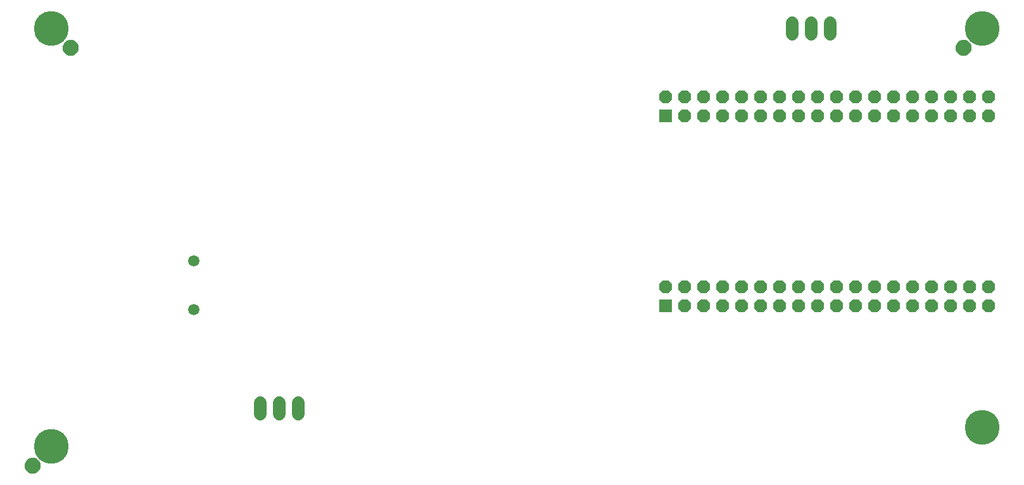
<source format=gbr>
G04 EAGLE Gerber RS-274X export*
G75*
%MOMM*%
%FSLAX34Y34*%
%LPD*%
%INSoldermask Top*%
%IPPOS*%
%AMOC8*
5,1,8,0,0,1.08239X$1,22.5*%
G01*
%ADD10C,1.511200*%
%ADD11R,1.727200X1.727200*%
%ADD12P,1.869504X8X22.500000*%
%ADD13C,1.727200*%
%ADD14C,0.609600*%
%ADD15C,1.219200*%
%ADD16C,4.648200*%


D10*
X241300Y299200D03*
X241300Y234200D03*
D11*
X871900Y238500D03*
D12*
X871900Y263900D03*
X897300Y238500D03*
X897300Y263900D03*
X922700Y238500D03*
X922700Y263900D03*
X948100Y238500D03*
X948100Y263900D03*
X973500Y238500D03*
X973500Y263900D03*
X998900Y238500D03*
X998900Y263900D03*
X1024300Y238500D03*
X1024300Y263900D03*
X1049700Y238500D03*
X1049700Y263900D03*
X1075100Y238500D03*
X1075100Y263900D03*
X1100500Y238500D03*
X1100500Y263900D03*
X1125900Y238500D03*
X1125900Y263900D03*
X1151300Y238500D03*
X1151300Y263900D03*
X1176700Y238500D03*
X1176700Y263900D03*
X1202100Y238500D03*
X1202100Y263900D03*
X1227500Y238500D03*
X1227500Y263900D03*
X1252900Y238500D03*
X1252900Y263900D03*
X1278300Y238500D03*
X1278300Y263900D03*
X1303700Y238500D03*
X1303700Y263900D03*
D11*
X871900Y492500D03*
D12*
X871900Y517900D03*
X897300Y492500D03*
X897300Y517900D03*
X922700Y492500D03*
X922700Y517900D03*
X948100Y492500D03*
X948100Y517900D03*
X973500Y492500D03*
X973500Y517900D03*
X998900Y492500D03*
X998900Y517900D03*
X1024300Y492500D03*
X1024300Y517900D03*
X1049700Y492500D03*
X1049700Y517900D03*
X1075100Y492500D03*
X1075100Y517900D03*
X1100500Y492500D03*
X1100500Y517900D03*
X1125900Y492500D03*
X1125900Y517900D03*
X1151300Y492500D03*
X1151300Y517900D03*
X1176700Y492500D03*
X1176700Y517900D03*
X1202100Y492500D03*
X1202100Y517900D03*
X1227500Y492500D03*
X1227500Y517900D03*
X1252900Y492500D03*
X1252900Y517900D03*
X1278300Y492500D03*
X1278300Y517900D03*
X1303700Y492500D03*
X1303700Y517900D03*
D13*
X1041400Y601980D02*
X1041400Y617220D01*
X1066800Y617220D02*
X1066800Y601980D01*
X1092200Y601980D02*
X1092200Y617220D01*
X330200Y109220D02*
X330200Y93980D01*
X355600Y93980D02*
X355600Y109220D01*
X381000Y109220D02*
X381000Y93980D01*
D14*
X17780Y25400D02*
X17782Y25587D01*
X17789Y25774D01*
X17801Y25961D01*
X17817Y26147D01*
X17837Y26333D01*
X17862Y26518D01*
X17892Y26703D01*
X17926Y26887D01*
X17965Y27070D01*
X18008Y27252D01*
X18056Y27432D01*
X18108Y27612D01*
X18165Y27790D01*
X18225Y27967D01*
X18291Y28142D01*
X18360Y28316D01*
X18434Y28488D01*
X18512Y28658D01*
X18594Y28826D01*
X18680Y28992D01*
X18770Y29156D01*
X18864Y29317D01*
X18962Y29477D01*
X19064Y29633D01*
X19170Y29788D01*
X19280Y29939D01*
X19393Y30088D01*
X19510Y30234D01*
X19630Y30377D01*
X19754Y30517D01*
X19881Y30654D01*
X20012Y30788D01*
X20146Y30919D01*
X20283Y31046D01*
X20423Y31170D01*
X20566Y31290D01*
X20712Y31407D01*
X20861Y31520D01*
X21012Y31630D01*
X21167Y31736D01*
X21323Y31838D01*
X21483Y31936D01*
X21644Y32030D01*
X21808Y32120D01*
X21974Y32206D01*
X22142Y32288D01*
X22312Y32366D01*
X22484Y32440D01*
X22658Y32509D01*
X22833Y32575D01*
X23010Y32635D01*
X23188Y32692D01*
X23368Y32744D01*
X23548Y32792D01*
X23730Y32835D01*
X23913Y32874D01*
X24097Y32908D01*
X24282Y32938D01*
X24467Y32963D01*
X24653Y32983D01*
X24839Y32999D01*
X25026Y33011D01*
X25213Y33018D01*
X25400Y33020D01*
X25587Y33018D01*
X25774Y33011D01*
X25961Y32999D01*
X26147Y32983D01*
X26333Y32963D01*
X26518Y32938D01*
X26703Y32908D01*
X26887Y32874D01*
X27070Y32835D01*
X27252Y32792D01*
X27432Y32744D01*
X27612Y32692D01*
X27790Y32635D01*
X27967Y32575D01*
X28142Y32509D01*
X28316Y32440D01*
X28488Y32366D01*
X28658Y32288D01*
X28826Y32206D01*
X28992Y32120D01*
X29156Y32030D01*
X29317Y31936D01*
X29477Y31838D01*
X29633Y31736D01*
X29788Y31630D01*
X29939Y31520D01*
X30088Y31407D01*
X30234Y31290D01*
X30377Y31170D01*
X30517Y31046D01*
X30654Y30919D01*
X30788Y30788D01*
X30919Y30654D01*
X31046Y30517D01*
X31170Y30377D01*
X31290Y30234D01*
X31407Y30088D01*
X31520Y29939D01*
X31630Y29788D01*
X31736Y29633D01*
X31838Y29477D01*
X31936Y29317D01*
X32030Y29156D01*
X32120Y28992D01*
X32206Y28826D01*
X32288Y28658D01*
X32366Y28488D01*
X32440Y28316D01*
X32509Y28142D01*
X32575Y27967D01*
X32635Y27790D01*
X32692Y27612D01*
X32744Y27432D01*
X32792Y27252D01*
X32835Y27070D01*
X32874Y26887D01*
X32908Y26703D01*
X32938Y26518D01*
X32963Y26333D01*
X32983Y26147D01*
X32999Y25961D01*
X33011Y25774D01*
X33018Y25587D01*
X33020Y25400D01*
X33018Y25213D01*
X33011Y25026D01*
X32999Y24839D01*
X32983Y24653D01*
X32963Y24467D01*
X32938Y24282D01*
X32908Y24097D01*
X32874Y23913D01*
X32835Y23730D01*
X32792Y23548D01*
X32744Y23368D01*
X32692Y23188D01*
X32635Y23010D01*
X32575Y22833D01*
X32509Y22658D01*
X32440Y22484D01*
X32366Y22312D01*
X32288Y22142D01*
X32206Y21974D01*
X32120Y21808D01*
X32030Y21644D01*
X31936Y21483D01*
X31838Y21323D01*
X31736Y21167D01*
X31630Y21012D01*
X31520Y20861D01*
X31407Y20712D01*
X31290Y20566D01*
X31170Y20423D01*
X31046Y20283D01*
X30919Y20146D01*
X30788Y20012D01*
X30654Y19881D01*
X30517Y19754D01*
X30377Y19630D01*
X30234Y19510D01*
X30088Y19393D01*
X29939Y19280D01*
X29788Y19170D01*
X29633Y19064D01*
X29477Y18962D01*
X29317Y18864D01*
X29156Y18770D01*
X28992Y18680D01*
X28826Y18594D01*
X28658Y18512D01*
X28488Y18434D01*
X28316Y18360D01*
X28142Y18291D01*
X27967Y18225D01*
X27790Y18165D01*
X27612Y18108D01*
X27432Y18056D01*
X27252Y18008D01*
X27070Y17965D01*
X26887Y17926D01*
X26703Y17892D01*
X26518Y17862D01*
X26333Y17837D01*
X26147Y17817D01*
X25961Y17801D01*
X25774Y17789D01*
X25587Y17782D01*
X25400Y17780D01*
X25213Y17782D01*
X25026Y17789D01*
X24839Y17801D01*
X24653Y17817D01*
X24467Y17837D01*
X24282Y17862D01*
X24097Y17892D01*
X23913Y17926D01*
X23730Y17965D01*
X23548Y18008D01*
X23368Y18056D01*
X23188Y18108D01*
X23010Y18165D01*
X22833Y18225D01*
X22658Y18291D01*
X22484Y18360D01*
X22312Y18434D01*
X22142Y18512D01*
X21974Y18594D01*
X21808Y18680D01*
X21644Y18770D01*
X21483Y18864D01*
X21323Y18962D01*
X21167Y19064D01*
X21012Y19170D01*
X20861Y19280D01*
X20712Y19393D01*
X20566Y19510D01*
X20423Y19630D01*
X20283Y19754D01*
X20146Y19881D01*
X20012Y20012D01*
X19881Y20146D01*
X19754Y20283D01*
X19630Y20423D01*
X19510Y20566D01*
X19393Y20712D01*
X19280Y20861D01*
X19170Y21012D01*
X19064Y21167D01*
X18962Y21323D01*
X18864Y21483D01*
X18770Y21644D01*
X18680Y21808D01*
X18594Y21974D01*
X18512Y22142D01*
X18434Y22312D01*
X18360Y22484D01*
X18291Y22658D01*
X18225Y22833D01*
X18165Y23010D01*
X18108Y23188D01*
X18056Y23368D01*
X18008Y23548D01*
X17965Y23730D01*
X17926Y23913D01*
X17892Y24097D01*
X17862Y24282D01*
X17837Y24467D01*
X17817Y24653D01*
X17801Y24839D01*
X17789Y25026D01*
X17782Y25213D01*
X17780Y25400D01*
D15*
X25400Y25400D03*
D14*
X68580Y584200D02*
X68582Y584387D01*
X68589Y584574D01*
X68601Y584761D01*
X68617Y584947D01*
X68637Y585133D01*
X68662Y585318D01*
X68692Y585503D01*
X68726Y585687D01*
X68765Y585870D01*
X68808Y586052D01*
X68856Y586232D01*
X68908Y586412D01*
X68965Y586590D01*
X69025Y586767D01*
X69091Y586942D01*
X69160Y587116D01*
X69234Y587288D01*
X69312Y587458D01*
X69394Y587626D01*
X69480Y587792D01*
X69570Y587956D01*
X69664Y588117D01*
X69762Y588277D01*
X69864Y588433D01*
X69970Y588588D01*
X70080Y588739D01*
X70193Y588888D01*
X70310Y589034D01*
X70430Y589177D01*
X70554Y589317D01*
X70681Y589454D01*
X70812Y589588D01*
X70946Y589719D01*
X71083Y589846D01*
X71223Y589970D01*
X71366Y590090D01*
X71512Y590207D01*
X71661Y590320D01*
X71812Y590430D01*
X71967Y590536D01*
X72123Y590638D01*
X72283Y590736D01*
X72444Y590830D01*
X72608Y590920D01*
X72774Y591006D01*
X72942Y591088D01*
X73112Y591166D01*
X73284Y591240D01*
X73458Y591309D01*
X73633Y591375D01*
X73810Y591435D01*
X73988Y591492D01*
X74168Y591544D01*
X74348Y591592D01*
X74530Y591635D01*
X74713Y591674D01*
X74897Y591708D01*
X75082Y591738D01*
X75267Y591763D01*
X75453Y591783D01*
X75639Y591799D01*
X75826Y591811D01*
X76013Y591818D01*
X76200Y591820D01*
X76387Y591818D01*
X76574Y591811D01*
X76761Y591799D01*
X76947Y591783D01*
X77133Y591763D01*
X77318Y591738D01*
X77503Y591708D01*
X77687Y591674D01*
X77870Y591635D01*
X78052Y591592D01*
X78232Y591544D01*
X78412Y591492D01*
X78590Y591435D01*
X78767Y591375D01*
X78942Y591309D01*
X79116Y591240D01*
X79288Y591166D01*
X79458Y591088D01*
X79626Y591006D01*
X79792Y590920D01*
X79956Y590830D01*
X80117Y590736D01*
X80277Y590638D01*
X80433Y590536D01*
X80588Y590430D01*
X80739Y590320D01*
X80888Y590207D01*
X81034Y590090D01*
X81177Y589970D01*
X81317Y589846D01*
X81454Y589719D01*
X81588Y589588D01*
X81719Y589454D01*
X81846Y589317D01*
X81970Y589177D01*
X82090Y589034D01*
X82207Y588888D01*
X82320Y588739D01*
X82430Y588588D01*
X82536Y588433D01*
X82638Y588277D01*
X82736Y588117D01*
X82830Y587956D01*
X82920Y587792D01*
X83006Y587626D01*
X83088Y587458D01*
X83166Y587288D01*
X83240Y587116D01*
X83309Y586942D01*
X83375Y586767D01*
X83435Y586590D01*
X83492Y586412D01*
X83544Y586232D01*
X83592Y586052D01*
X83635Y585870D01*
X83674Y585687D01*
X83708Y585503D01*
X83738Y585318D01*
X83763Y585133D01*
X83783Y584947D01*
X83799Y584761D01*
X83811Y584574D01*
X83818Y584387D01*
X83820Y584200D01*
X83818Y584013D01*
X83811Y583826D01*
X83799Y583639D01*
X83783Y583453D01*
X83763Y583267D01*
X83738Y583082D01*
X83708Y582897D01*
X83674Y582713D01*
X83635Y582530D01*
X83592Y582348D01*
X83544Y582168D01*
X83492Y581988D01*
X83435Y581810D01*
X83375Y581633D01*
X83309Y581458D01*
X83240Y581284D01*
X83166Y581112D01*
X83088Y580942D01*
X83006Y580774D01*
X82920Y580608D01*
X82830Y580444D01*
X82736Y580283D01*
X82638Y580123D01*
X82536Y579967D01*
X82430Y579812D01*
X82320Y579661D01*
X82207Y579512D01*
X82090Y579366D01*
X81970Y579223D01*
X81846Y579083D01*
X81719Y578946D01*
X81588Y578812D01*
X81454Y578681D01*
X81317Y578554D01*
X81177Y578430D01*
X81034Y578310D01*
X80888Y578193D01*
X80739Y578080D01*
X80588Y577970D01*
X80433Y577864D01*
X80277Y577762D01*
X80117Y577664D01*
X79956Y577570D01*
X79792Y577480D01*
X79626Y577394D01*
X79458Y577312D01*
X79288Y577234D01*
X79116Y577160D01*
X78942Y577091D01*
X78767Y577025D01*
X78590Y576965D01*
X78412Y576908D01*
X78232Y576856D01*
X78052Y576808D01*
X77870Y576765D01*
X77687Y576726D01*
X77503Y576692D01*
X77318Y576662D01*
X77133Y576637D01*
X76947Y576617D01*
X76761Y576601D01*
X76574Y576589D01*
X76387Y576582D01*
X76200Y576580D01*
X76013Y576582D01*
X75826Y576589D01*
X75639Y576601D01*
X75453Y576617D01*
X75267Y576637D01*
X75082Y576662D01*
X74897Y576692D01*
X74713Y576726D01*
X74530Y576765D01*
X74348Y576808D01*
X74168Y576856D01*
X73988Y576908D01*
X73810Y576965D01*
X73633Y577025D01*
X73458Y577091D01*
X73284Y577160D01*
X73112Y577234D01*
X72942Y577312D01*
X72774Y577394D01*
X72608Y577480D01*
X72444Y577570D01*
X72283Y577664D01*
X72123Y577762D01*
X71967Y577864D01*
X71812Y577970D01*
X71661Y578080D01*
X71512Y578193D01*
X71366Y578310D01*
X71223Y578430D01*
X71083Y578554D01*
X70946Y578681D01*
X70812Y578812D01*
X70681Y578946D01*
X70554Y579083D01*
X70430Y579223D01*
X70310Y579366D01*
X70193Y579512D01*
X70080Y579661D01*
X69970Y579812D01*
X69864Y579967D01*
X69762Y580123D01*
X69664Y580283D01*
X69570Y580444D01*
X69480Y580608D01*
X69394Y580774D01*
X69312Y580942D01*
X69234Y581112D01*
X69160Y581284D01*
X69091Y581458D01*
X69025Y581633D01*
X68965Y581810D01*
X68908Y581988D01*
X68856Y582168D01*
X68808Y582348D01*
X68765Y582530D01*
X68726Y582713D01*
X68692Y582897D01*
X68662Y583082D01*
X68637Y583267D01*
X68617Y583453D01*
X68601Y583639D01*
X68589Y583826D01*
X68582Y584013D01*
X68580Y584200D01*
D15*
X76200Y584200D03*
D14*
X1262380Y584200D02*
X1262382Y584387D01*
X1262389Y584574D01*
X1262401Y584761D01*
X1262417Y584947D01*
X1262437Y585133D01*
X1262462Y585318D01*
X1262492Y585503D01*
X1262526Y585687D01*
X1262565Y585870D01*
X1262608Y586052D01*
X1262656Y586232D01*
X1262708Y586412D01*
X1262765Y586590D01*
X1262825Y586767D01*
X1262891Y586942D01*
X1262960Y587116D01*
X1263034Y587288D01*
X1263112Y587458D01*
X1263194Y587626D01*
X1263280Y587792D01*
X1263370Y587956D01*
X1263464Y588117D01*
X1263562Y588277D01*
X1263664Y588433D01*
X1263770Y588588D01*
X1263880Y588739D01*
X1263993Y588888D01*
X1264110Y589034D01*
X1264230Y589177D01*
X1264354Y589317D01*
X1264481Y589454D01*
X1264612Y589588D01*
X1264746Y589719D01*
X1264883Y589846D01*
X1265023Y589970D01*
X1265166Y590090D01*
X1265312Y590207D01*
X1265461Y590320D01*
X1265612Y590430D01*
X1265767Y590536D01*
X1265923Y590638D01*
X1266083Y590736D01*
X1266244Y590830D01*
X1266408Y590920D01*
X1266574Y591006D01*
X1266742Y591088D01*
X1266912Y591166D01*
X1267084Y591240D01*
X1267258Y591309D01*
X1267433Y591375D01*
X1267610Y591435D01*
X1267788Y591492D01*
X1267968Y591544D01*
X1268148Y591592D01*
X1268330Y591635D01*
X1268513Y591674D01*
X1268697Y591708D01*
X1268882Y591738D01*
X1269067Y591763D01*
X1269253Y591783D01*
X1269439Y591799D01*
X1269626Y591811D01*
X1269813Y591818D01*
X1270000Y591820D01*
X1270187Y591818D01*
X1270374Y591811D01*
X1270561Y591799D01*
X1270747Y591783D01*
X1270933Y591763D01*
X1271118Y591738D01*
X1271303Y591708D01*
X1271487Y591674D01*
X1271670Y591635D01*
X1271852Y591592D01*
X1272032Y591544D01*
X1272212Y591492D01*
X1272390Y591435D01*
X1272567Y591375D01*
X1272742Y591309D01*
X1272916Y591240D01*
X1273088Y591166D01*
X1273258Y591088D01*
X1273426Y591006D01*
X1273592Y590920D01*
X1273756Y590830D01*
X1273917Y590736D01*
X1274077Y590638D01*
X1274233Y590536D01*
X1274388Y590430D01*
X1274539Y590320D01*
X1274688Y590207D01*
X1274834Y590090D01*
X1274977Y589970D01*
X1275117Y589846D01*
X1275254Y589719D01*
X1275388Y589588D01*
X1275519Y589454D01*
X1275646Y589317D01*
X1275770Y589177D01*
X1275890Y589034D01*
X1276007Y588888D01*
X1276120Y588739D01*
X1276230Y588588D01*
X1276336Y588433D01*
X1276438Y588277D01*
X1276536Y588117D01*
X1276630Y587956D01*
X1276720Y587792D01*
X1276806Y587626D01*
X1276888Y587458D01*
X1276966Y587288D01*
X1277040Y587116D01*
X1277109Y586942D01*
X1277175Y586767D01*
X1277235Y586590D01*
X1277292Y586412D01*
X1277344Y586232D01*
X1277392Y586052D01*
X1277435Y585870D01*
X1277474Y585687D01*
X1277508Y585503D01*
X1277538Y585318D01*
X1277563Y585133D01*
X1277583Y584947D01*
X1277599Y584761D01*
X1277611Y584574D01*
X1277618Y584387D01*
X1277620Y584200D01*
X1277618Y584013D01*
X1277611Y583826D01*
X1277599Y583639D01*
X1277583Y583453D01*
X1277563Y583267D01*
X1277538Y583082D01*
X1277508Y582897D01*
X1277474Y582713D01*
X1277435Y582530D01*
X1277392Y582348D01*
X1277344Y582168D01*
X1277292Y581988D01*
X1277235Y581810D01*
X1277175Y581633D01*
X1277109Y581458D01*
X1277040Y581284D01*
X1276966Y581112D01*
X1276888Y580942D01*
X1276806Y580774D01*
X1276720Y580608D01*
X1276630Y580444D01*
X1276536Y580283D01*
X1276438Y580123D01*
X1276336Y579967D01*
X1276230Y579812D01*
X1276120Y579661D01*
X1276007Y579512D01*
X1275890Y579366D01*
X1275770Y579223D01*
X1275646Y579083D01*
X1275519Y578946D01*
X1275388Y578812D01*
X1275254Y578681D01*
X1275117Y578554D01*
X1274977Y578430D01*
X1274834Y578310D01*
X1274688Y578193D01*
X1274539Y578080D01*
X1274388Y577970D01*
X1274233Y577864D01*
X1274077Y577762D01*
X1273917Y577664D01*
X1273756Y577570D01*
X1273592Y577480D01*
X1273426Y577394D01*
X1273258Y577312D01*
X1273088Y577234D01*
X1272916Y577160D01*
X1272742Y577091D01*
X1272567Y577025D01*
X1272390Y576965D01*
X1272212Y576908D01*
X1272032Y576856D01*
X1271852Y576808D01*
X1271670Y576765D01*
X1271487Y576726D01*
X1271303Y576692D01*
X1271118Y576662D01*
X1270933Y576637D01*
X1270747Y576617D01*
X1270561Y576601D01*
X1270374Y576589D01*
X1270187Y576582D01*
X1270000Y576580D01*
X1269813Y576582D01*
X1269626Y576589D01*
X1269439Y576601D01*
X1269253Y576617D01*
X1269067Y576637D01*
X1268882Y576662D01*
X1268697Y576692D01*
X1268513Y576726D01*
X1268330Y576765D01*
X1268148Y576808D01*
X1267968Y576856D01*
X1267788Y576908D01*
X1267610Y576965D01*
X1267433Y577025D01*
X1267258Y577091D01*
X1267084Y577160D01*
X1266912Y577234D01*
X1266742Y577312D01*
X1266574Y577394D01*
X1266408Y577480D01*
X1266244Y577570D01*
X1266083Y577664D01*
X1265923Y577762D01*
X1265767Y577864D01*
X1265612Y577970D01*
X1265461Y578080D01*
X1265312Y578193D01*
X1265166Y578310D01*
X1265023Y578430D01*
X1264883Y578554D01*
X1264746Y578681D01*
X1264612Y578812D01*
X1264481Y578946D01*
X1264354Y579083D01*
X1264230Y579223D01*
X1264110Y579366D01*
X1263993Y579512D01*
X1263880Y579661D01*
X1263770Y579812D01*
X1263664Y579967D01*
X1263562Y580123D01*
X1263464Y580283D01*
X1263370Y580444D01*
X1263280Y580608D01*
X1263194Y580774D01*
X1263112Y580942D01*
X1263034Y581112D01*
X1262960Y581284D01*
X1262891Y581458D01*
X1262825Y581633D01*
X1262765Y581810D01*
X1262708Y581988D01*
X1262656Y582168D01*
X1262608Y582348D01*
X1262565Y582530D01*
X1262526Y582713D01*
X1262492Y582897D01*
X1262462Y583082D01*
X1262437Y583267D01*
X1262417Y583453D01*
X1262401Y583639D01*
X1262389Y583826D01*
X1262382Y584013D01*
X1262380Y584200D01*
D15*
X1270000Y584200D03*
D16*
X1295400Y76200D03*
X1295400Y609600D03*
X50800Y609600D03*
X50800Y50800D03*
M02*

</source>
